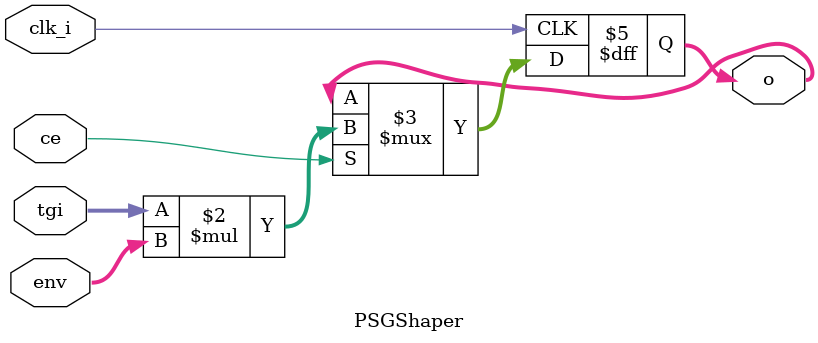
<source format=v>
`timescale 1ns / 1ps

module PSGShaper(clk_i, ce, tgi, env, o);
input clk_i;		// clock
input ce;			// clock enable
input [11:0] tgi;	// tone generator input
input [7:0] env;	// envelop generator input
output [19:0] o;	// shaped output
reg [19:0] o;		// shaped output

// shape output according to envelope
always @(posedge clk_i)
	if (ce)
		o <= tgi * env;

endmodule

</source>
